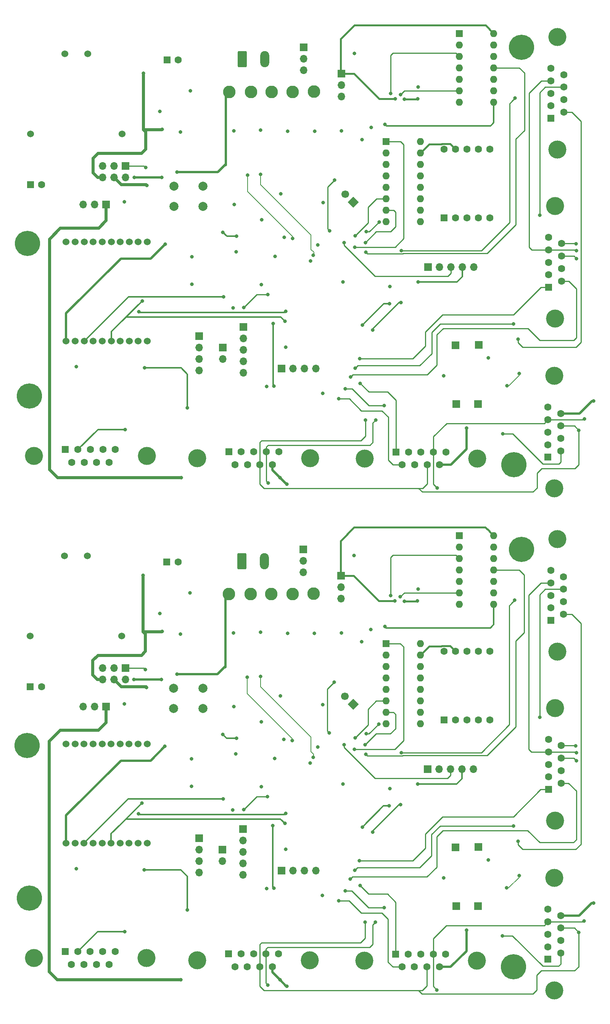
<source format=gbr>
%TF.GenerationSoftware,KiCad,Pcbnew,6.0.11-2627ca5db0~126~ubuntu20.04.1*%
%TF.CreationDate,2023-05-10T15:40:20+05:30*%
%TF.ProjectId,MVCU_F407,4d564355-5f46-4343-9037-2e6b69636164,rev?*%
%TF.SameCoordinates,Original*%
%TF.FileFunction,Copper,L4,Bot*%
%TF.FilePolarity,Positive*%
%FSLAX46Y46*%
G04 Gerber Fmt 4.6, Leading zero omitted, Abs format (unit mm)*
G04 Created by KiCad (PCBNEW 6.0.11-2627ca5db0~126~ubuntu20.04.1) date 2023-05-10 15:40:20*
%MOMM*%
%LPD*%
G01*
G04 APERTURE LIST*
G04 Aperture macros list*
%AMRoundRect*
0 Rectangle with rounded corners*
0 $1 Rounding radius*
0 $2 $3 $4 $5 $6 $7 $8 $9 X,Y pos of 4 corners*
0 Add a 4 corners polygon primitive as box body*
4,1,4,$2,$3,$4,$5,$6,$7,$8,$9,$2,$3,0*
0 Add four circle primitives for the rounded corners*
1,1,$1+$1,$2,$3*
1,1,$1+$1,$4,$5*
1,1,$1+$1,$6,$7*
1,1,$1+$1,$8,$9*
0 Add four rect primitives between the rounded corners*
20,1,$1+$1,$2,$3,$4,$5,0*
20,1,$1+$1,$4,$5,$6,$7,0*
20,1,$1+$1,$6,$7,$8,$9,0*
20,1,$1+$1,$8,$9,$2,$3,0*%
%AMHorizOval*
0 Thick line with rounded ends*
0 $1 width*
0 $2 $3 position (X,Y) of the first rounded end (center of the circle)*
0 $4 $5 position (X,Y) of the second rounded end (center of the circle)*
0 Add line between two ends*
20,1,$1,$2,$3,$4,$5,0*
0 Add two circle primitives to create the rounded ends*
1,1,$1,$2,$3*
1,1,$1,$4,$5*%
%AMRotRect*
0 Rectangle, with rotation*
0 The origin of the aperture is its center*
0 $1 length*
0 $2 width*
0 $3 Rotation angle, in degrees counterclockwise*
0 Add horizontal line*
21,1,$1,$2,0,0,$3*%
G04 Aperture macros list end*
%TA.AperFunction,ComponentPad*%
%ADD10R,1.600000X1.600000*%
%TD*%
%TA.AperFunction,ComponentPad*%
%ADD11O,1.600000X1.600000*%
%TD*%
%TA.AperFunction,ComponentPad*%
%ADD12C,4.000000*%
%TD*%
%TA.AperFunction,ComponentPad*%
%ADD13C,1.600000*%
%TD*%
%TA.AperFunction,ComponentPad*%
%ADD14C,2.800000*%
%TD*%
%TA.AperFunction,ComponentPad*%
%ADD15C,5.600000*%
%TD*%
%TA.AperFunction,ComponentPad*%
%ADD16R,1.700000X1.700000*%
%TD*%
%TA.AperFunction,ComponentPad*%
%ADD17O,1.700000X1.700000*%
%TD*%
%TA.AperFunction,ComponentPad*%
%ADD18C,1.524000*%
%TD*%
%TA.AperFunction,ComponentPad*%
%ADD19RotRect,1.700000X1.700000X225.000000*%
%TD*%
%TA.AperFunction,ComponentPad*%
%ADD20HorizOval,1.700000X0.000000X0.000000X0.000000X0.000000X0*%
%TD*%
%TA.AperFunction,ComponentPad*%
%ADD21RoundRect,0.250000X-0.750000X-1.550000X0.750000X-1.550000X0.750000X1.550000X-0.750000X1.550000X0*%
%TD*%
%TA.AperFunction,ComponentPad*%
%ADD22O,2.000000X3.600000*%
%TD*%
%TA.AperFunction,ComponentPad*%
%ADD23C,2.000000*%
%TD*%
%TA.AperFunction,ViaPad*%
%ADD24C,0.800000*%
%TD*%
%TA.AperFunction,Conductor*%
%ADD25C,0.250000*%
%TD*%
%TA.AperFunction,Conductor*%
%ADD26C,0.400000*%
%TD*%
%TA.AperFunction,Conductor*%
%ADD27C,0.500000*%
%TD*%
%TA.AperFunction,Conductor*%
%ADD28C,0.300000*%
%TD*%
%TA.AperFunction,Conductor*%
%ADD29C,0.700000*%
%TD*%
%TA.AperFunction,Conductor*%
%ADD30C,0.200000*%
%TD*%
G04 APERTURE END LIST*
D10*
%TO.P,U1,1*%
%TO.N,GND*%
X135264000Y-84289000D03*
D11*
%TO.P,U1,2*%
%TO.N,Net-(R2-Pad1)*%
X135264000Y-86829000D03*
%TO.P,U1,3*%
%TO.N,/DI_LLS*%
X135264000Y-89369000D03*
%TO.P,U1,4*%
%TO.N,GND*%
X135264000Y-91909000D03*
%TO.P,U1,5*%
%TO.N,Net-(R4-Pad1)*%
X135264000Y-94449000D03*
%TO.P,U1,6*%
%TO.N,/SCK_LLS*%
X135264000Y-96989000D03*
%TO.P,U1,7,GND*%
%TO.N,GND*%
X135264000Y-99529000D03*
%TO.P,U1,8*%
%TO.N,/CS_LLS*%
X142884000Y-99529000D03*
%TO.P,U1,9*%
%TO.N,Net-(R5-Pad1)*%
X142884000Y-96989000D03*
%TO.P,U1,10*%
%TO.N,GND*%
X142884000Y-94449000D03*
%TO.P,U1,11*%
%TO.N,/SD_MISO*%
X142884000Y-91909000D03*
%TO.P,U1,12*%
%TO.N,Net-(R6-Pad1)*%
X142884000Y-89369000D03*
%TO.P,U1,13*%
%TO.N,GND*%
X142884000Y-86829000D03*
%TO.P,U1,14,VCC*%
%TO.N,+3.3V*%
X142884000Y-84289000D03*
%TD*%
D12*
%TO.P,J33,0,PAD*%
%TO.N,GND*%
X156384669Y-73831893D03*
X156384669Y-48831893D03*
D10*
%TO.P,J33,1,1*%
%TO.N,/MVCU_HBT*%
X154964669Y-66871893D03*
D13*
%TO.P,J33,2,2*%
%TO.N,/CAN_N*%
X154964669Y-64101893D03*
%TO.P,J33,3,3*%
%TO.N,GND*%
X154964669Y-61331893D03*
%TO.P,J33,4,4*%
%TO.N,/I2C3_SCL*%
X154964669Y-58561893D03*
%TO.P,J33,5,5*%
%TO.N,GND*%
X154964669Y-55791893D03*
%TO.P,J33,6,6*%
%TO.N,/VCU3_HBT*%
X157804669Y-65486893D03*
%TO.P,J33,7,7*%
%TO.N,/CAN_P*%
X157804669Y-62716893D03*
%TO.P,J33,8,8*%
%TO.N,/I2C_SDA*%
X157804669Y-59946893D03*
%TO.P,J33,9,9*%
%TO.N,+5V*%
X157804669Y-57176893D03*
%TD*%
D14*
%TO.P,+Vin,1,1*%
%TO.N,/mornsun_Vin*%
X102947000Y-97118000D03*
%TD*%
D15*
%TO.P,H6,1,1*%
%TO.N,GND*%
X39864107Y-53267893D03*
%TD*%
D14*
%TO.P,-Vin,1,1*%
%TO.N,/mornsun_minus*%
X98248000Y-97245000D03*
%TD*%
D10*
%TO.P,U19,1,B*%
%TO.N,/display_b*%
X119037000Y3197500D03*
D11*
%TO.P,U19,2,C*%
%TO.N,/display_c*%
X119037000Y657500D03*
%TO.P,U19,3,LT*%
%TO.N,Net-(J9-Pad2)*%
X119037000Y-1882500D03*
%TO.P,U19,4,BI*%
%TO.N,Net-(J9-Pad4)*%
X119037000Y-4422500D03*
%TO.P,U19,5,RBI*%
%TO.N,Net-(J9-Pad6)*%
X119037000Y-6962500D03*
%TO.P,U19,6,D*%
%TO.N,/display_d*%
X119037000Y-9502500D03*
%TO.P,U19,7,A*%
%TO.N,/display_a*%
X119037000Y-12042500D03*
%TO.P,U19,8,GND*%
%TO.N,GND*%
X119037000Y-14582500D03*
%TO.P,U19,9,e*%
%TO.N,Net-(U10-Pad1)*%
X126657000Y-14582500D03*
%TO.P,U19,10,d*%
%TO.N,Net-(U10-Pad2)*%
X126657000Y-12042500D03*
%TO.P,U19,11,c*%
%TO.N,Net-(U10-Pad4)*%
X126657000Y-9502500D03*
%TO.P,U19,12,b*%
%TO.N,Net-(U10-Pad6)*%
X126657000Y-6962500D03*
%TO.P,U19,13,a*%
%TO.N,Net-(U10-Pad7)*%
X126657000Y-4422500D03*
%TO.P,U19,14,g*%
%TO.N,Net-(U10-Pad10)*%
X126657000Y-1882500D03*
%TO.P,U19,15,f*%
%TO.N,Net-(U10-Pad9)*%
X126657000Y657500D03*
%TO.P,U19,16,VCC*%
%TO.N,+5V*%
X126657000Y3197500D03*
%TD*%
D12*
%TO.P,J6,0,PAD*%
%TO.N,GND*%
X156499107Y-122551893D03*
X156499107Y-147551893D03*
D10*
%TO.P,J6,1,1*%
%TO.N,/MVCU_HBT*%
X155079107Y-140591893D03*
D13*
%TO.P,J6,2,2*%
%TO.N,/CAN_N*%
X155079107Y-137821893D03*
%TO.P,J6,3,3*%
%TO.N,GND*%
X155079107Y-135051893D03*
%TO.P,J6,4,4*%
%TO.N,/I2C3_SCL*%
X155079107Y-132281893D03*
%TO.P,J6,5,5*%
%TO.N,GND*%
X155079107Y-129511893D03*
%TO.P,J6,6,6*%
%TO.N,/VCU2_HBT*%
X157919107Y-139206893D03*
%TO.P,J6,7,7*%
%TO.N,/CAN_P*%
X157919107Y-136436893D03*
%TO.P,J6,8,8*%
%TO.N,/I2C_SDA*%
X157919107Y-133666893D03*
%TO.P,J6,9,9*%
%TO.N,+5V*%
X157919107Y-130896893D03*
%TD*%
D16*
%TO.P,J38,1,Pin_1*%
%TO.N,GND*%
X61207000Y-2225000D03*
D17*
%TO.P,J38,2,Pin_2*%
%TO.N,+3.3V*%
X61207000Y-4765000D03*
%TO.P,J38,3,Pin_3*%
%TO.N,GND*%
X58667000Y-2225000D03*
%TO.P,J38,4,Pin_4*%
%TO.N,+5V*%
X58667000Y-4765000D03*
%TO.P,J38,5,Pin_5*%
%TO.N,GND*%
X56127000Y-2225000D03*
%TO.P,J38,6,Pin_6*%
%TO.N,/mornsun_Vin*%
X56127000Y-4765000D03*
%TD*%
D10*
%TO.P,C54,1*%
%TO.N,/mornsun_Vin*%
X70404349Y21325000D03*
D13*
%TO.P,C54,2*%
%TO.N,GND*%
X72904349Y21325000D03*
%TD*%
D16*
%TO.P,J35,1,Pin_1*%
%TO.N,/SPI2_SCK*%
X95857000Y-47175000D03*
D17*
%TO.P,J35,2,Pin_2*%
%TO.N,/SPI2_MISO*%
X98397000Y-47175000D03*
%TO.P,J35,3,Pin_3*%
%TO.N,/SPI2_MOSI*%
X100937000Y-47175000D03*
%TO.P,J35,4,Pin_4*%
%TO.N,GND*%
X103477000Y-47175000D03*
%TD*%
D16*
%TO.P,J31,1,Pin_1*%
%TO.N,/USART2_Tx*%
X77557000Y-39975000D03*
D17*
%TO.P,J31,2,Pin_2*%
%TO.N,/USART2_Rx*%
X77557000Y-42515000D03*
%TO.P,J31,3,Pin_3*%
%TO.N,/gpio*%
X77557000Y-45055000D03*
%TO.P,J31,4,Pin_4*%
%TO.N,GND*%
X77557000Y-47595000D03*
%TD*%
D18*
%TO.P,U9,1,1*%
%TO.N,+3.3V*%
X47993660Y-152543200D03*
%TO.P,U9,2,2*%
%TO.N,/Xbee_Tx*%
X49995180Y-152543200D03*
%TO.P,U9,3,3*%
%TO.N,/Xbee_Rx*%
X51994160Y-152543200D03*
%TO.P,U9,4,4*%
%TO.N,unconnected-(U9-Pad4)*%
X53995680Y-152543200D03*
%TO.P,U9,5,5*%
%TO.N,/RST*%
X55994660Y-152543200D03*
%TO.P,U9,6,6*%
%TO.N,/RSSI*%
X57993640Y-152543200D03*
%TO.P,U9,7,7*%
%TO.N,unconnected-(U9-Pad7)*%
X59995160Y-152543200D03*
%TO.P,U9,8,8*%
%TO.N,unconnected-(U9-Pad8)*%
X61994140Y-152543200D03*
%TO.P,U9,9,9*%
%TO.N,unconnected-(U9-Pad9)*%
X63995660Y-152543200D03*
%TO.P,U9,10,10*%
%TO.N,GND*%
X65994640Y-152543200D03*
%TO.P,U9,11,11*%
%TO.N,unconnected-(U9-Pad11)*%
X65994640Y-130546800D03*
%TO.P,U9,12,12*%
%TO.N,unconnected-(U9-Pad12)*%
X63995660Y-130546800D03*
%TO.P,U9,13,13*%
%TO.N,unconnected-(U9-Pad13)*%
X61994140Y-130546800D03*
%TO.P,U9,14,14*%
%TO.N,unconnected-(U9-Pad14)*%
X59995160Y-130546800D03*
%TO.P,U9,15,15*%
%TO.N,Net-(R23-Pad2)*%
X57993640Y-130546800D03*
%TO.P,U9,16,16*%
%TO.N,unconnected-(U9-Pad16)*%
X55994660Y-130546800D03*
%TO.P,U9,17,17*%
%TO.N,unconnected-(U9-Pad17)*%
X53995680Y-130546800D03*
%TO.P,U9,18,18*%
%TO.N,unconnected-(U9-Pad18)*%
X51994160Y-130546800D03*
%TO.P,U9,19,19*%
%TO.N,unconnected-(U9-Pad19)*%
X49995180Y-130546800D03*
%TO.P,U9,20,20*%
%TO.N,unconnected-(U9-Pad20)*%
X47993660Y-130546800D03*
%TD*%
D16*
%TO.P,J39,1,Pin_1*%
%TO.N,+5V*%
X56907000Y-10775000D03*
D17*
%TO.P,J39,2,Pin_2*%
%TO.N,Net-(C26-Pad1)*%
X54367000Y-10775000D03*
%TO.P,J39,3,Pin_3*%
%TO.N,unconnected-(J18-Pad3)*%
X51827000Y-10775000D03*
%TD*%
D16*
%TO.P,J41,1,Pin_1*%
%TO.N,/CAN_Rx*%
X134609000Y-55040000D03*
%TD*%
D10*
%TO.P,U10,1,E*%
%TO.N,Net-(U10-Pad1)*%
X131888000Y-125195000D03*
D13*
%TO.P,U10,2,D*%
%TO.N,Net-(U10-Pad2)*%
X134428000Y-125195000D03*
%TO.P,U10,3,CC*%
%TO.N,GND*%
X136968000Y-125195000D03*
%TO.P,U10,4,C*%
%TO.N,Net-(U10-Pad4)*%
X139508000Y-125195000D03*
%TO.P,U10,5,DP*%
%TO.N,unconnected-(U10-Pad5)*%
X142048000Y-125195000D03*
%TO.P,U10,6,B*%
%TO.N,Net-(U10-Pad6)*%
X142048000Y-109955000D03*
%TO.P,U10,7,A*%
%TO.N,Net-(U10-Pad7)*%
X139508000Y-109955000D03*
%TO.P,U10,8,CC*%
%TO.N,GND*%
X136968000Y-109955000D03*
%TO.P,U10,9,F*%
%TO.N,Net-(U10-Pad9)*%
X134428000Y-109955000D03*
%TO.P,U10,10,G*%
%TO.N,Net-(U10-Pad10)*%
X131888000Y-109955000D03*
%TD*%
D15*
%TO.P,H5,1,1*%
%TO.N,GND*%
X147357000Y-68575000D03*
%TD*%
D19*
%TO.P,J36,1,Pin_1*%
%TO.N,/I2C1_SCL*%
X111758562Y-10326562D03*
D20*
%TO.P,J36,2,Pin_2*%
%TO.N,/I2C1_SDA*%
X109962511Y-8530511D03*
%TD*%
D12*
%TO.P,J26,0,PAD*%
%TO.N,GND*%
X65904107Y-66607562D03*
X40904107Y-66607562D03*
D10*
%TO.P,J26,1,1*%
%TO.N,unconnected-(J4-Pad1)*%
X47864107Y-65187562D03*
D13*
%TO.P,J26,2,2*%
%TO.N,/Rx*%
X50634107Y-65187562D03*
%TO.P,J26,3,3*%
%TO.N,/Tx*%
X53404107Y-65187562D03*
%TO.P,J26,4,4*%
%TO.N,unconnected-(J4-Pad4)*%
X56174107Y-65187562D03*
%TO.P,J26,5,5*%
%TO.N,GND*%
X58944107Y-65187562D03*
%TO.P,J26,6,6*%
%TO.N,unconnected-(J4-Pad6)*%
X49249107Y-68027562D03*
%TO.P,J26,7,7*%
%TO.N,unconnected-(J4-Pad7)*%
X52019107Y-68027562D03*
%TO.P,J26,8,8*%
%TO.N,unconnected-(J4-Pad8)*%
X54789107Y-68027562D03*
%TO.P,J26,9,9*%
%TO.N,unconnected-(J4-Pad9)*%
X57559107Y-68027562D03*
%TD*%
D16*
%TO.P,J34,1,Pin_1*%
%TO.N,/SWDIO*%
X128332000Y-24675000D03*
D17*
%TO.P,J34,2,Pin_2*%
%TO.N,/SWCLK*%
X130872000Y-24675000D03*
%TO.P,J34,3,Pin_3*%
%TO.N,/SWo*%
X133412000Y-24675000D03*
%TO.P,J34,4,Pin_4*%
%TO.N,+3.3V*%
X135952000Y-24675000D03*
%TO.P,J34,5,Pin_5*%
%TO.N,GND*%
X138492000Y-24675000D03*
%TD*%
D15*
%TO.P,H4,1,1*%
%TO.N,GND*%
X149048000Y-87339000D03*
%TD*%
%TO.P,H2,1,1*%
%TO.N,GND*%
X39825107Y-164687893D03*
%TD*%
D12*
%TO.P,J29,0,PAD*%
%TO.N,GND*%
X77154107Y-67107562D03*
X102154107Y-67107562D03*
D10*
%TO.P,J29,1,1*%
%TO.N,/MVCU_HBT*%
X84114107Y-65687562D03*
D13*
%TO.P,J29,2,2*%
%TO.N,/CAN_N*%
X86884107Y-65687562D03*
%TO.P,J29,3,3*%
%TO.N,GND*%
X89654107Y-65687562D03*
%TO.P,J29,4,4*%
%TO.N,/I2C3_SCL*%
X92424107Y-65687562D03*
%TO.P,J29,5,5*%
%TO.N,GND*%
X95194107Y-65687562D03*
%TO.P,J29,6,6*%
%TO.N,/VCU5_HBT*%
X85499107Y-68527562D03*
%TO.P,J29,7,7*%
%TO.N,/CAN_P*%
X88269107Y-68527562D03*
%TO.P,J29,8,8*%
%TO.N,/I2C_SDA*%
X91039107Y-68527562D03*
%TO.P,J29,9,9*%
%TO.N,+5V*%
X93809107Y-68527562D03*
%TD*%
D16*
%TO.P,J2,1,Pin_1*%
%TO.N,/ADC_in6*%
X87318000Y-149420000D03*
D17*
%TO.P,J2,2,Pin_2*%
%TO.N,/ADC_in7*%
X87318000Y-151960000D03*
%TO.P,J2,3,Pin_3*%
%TO.N,/ADC_in14*%
X87318000Y-154500000D03*
%TO.P,J2,4,Pin_4*%
%TO.N,/ADC_in15*%
X87318000Y-157040000D03*
%TO.P,J2,5,Pin_5*%
%TO.N,/ADC_in8*%
X87318000Y-159580000D03*
%TD*%
D12*
%TO.P,J7,0,PAD*%
%TO.N,GND*%
X77115107Y-178527562D03*
X102115107Y-178527562D03*
D10*
%TO.P,J7,1,1*%
%TO.N,/MVCU_HBT*%
X84075107Y-177107562D03*
D13*
%TO.P,J7,2,2*%
%TO.N,/CAN_N*%
X86845107Y-177107562D03*
%TO.P,J7,3,3*%
%TO.N,GND*%
X89615107Y-177107562D03*
%TO.P,J7,4,4*%
%TO.N,/I2C3_SCL*%
X92385107Y-177107562D03*
%TO.P,J7,5,5*%
%TO.N,GND*%
X95155107Y-177107562D03*
%TO.P,J7,6,6*%
%TO.N,/VCU5_HBT*%
X85460107Y-179947562D03*
%TO.P,J7,7,7*%
%TO.N,/CAN_P*%
X88230107Y-179947562D03*
%TO.P,J7,8,8*%
%TO.N,/I2C_SDA*%
X91000107Y-179947562D03*
%TO.P,J7,9,9*%
%TO.N,+5V*%
X93770107Y-179947562D03*
%TD*%
D14*
%TO.P,3V1,1,1*%
%TO.N,+3.3V*%
X89016000Y14175000D03*
%TD*%
D12*
%TO.P,J11,0,PAD*%
%TO.N,GND*%
X157018776Y-85051893D03*
X157018776Y-110051893D03*
D10*
%TO.P,J11,1,1*%
%TO.N,/MVCU_HBT*%
X155598776Y-103091893D03*
D13*
%TO.P,J11,2,2*%
%TO.N,/CAN_N*%
X155598776Y-100321893D03*
%TO.P,J11,3,3*%
%TO.N,GND*%
X155598776Y-97551893D03*
%TO.P,J11,4,4*%
%TO.N,/I2C3_SCL*%
X155598776Y-94781893D03*
%TO.P,J11,5,5*%
%TO.N,GND*%
X155598776Y-92011893D03*
%TO.P,J11,6,6*%
%TO.N,/VCU1_HBT*%
X158438776Y-101706893D03*
%TO.P,J11,7,7*%
%TO.N,/CAN_P*%
X158438776Y-98936893D03*
%TO.P,J11,8,8*%
%TO.N,/I2C_SDA*%
X158438776Y-96166893D03*
%TO.P,J11,9,9*%
%TO.N,+5V*%
X158438776Y-93396893D03*
%TD*%
D16*
%TO.P,J20,1,Pin_1*%
%TO.N,/CAN_Rx*%
X134570000Y-166460000D03*
%TD*%
%TO.P,J13,1,Pin_1*%
%TO.N,/SWDIO*%
X128293000Y-136095000D03*
D17*
%TO.P,J13,2,Pin_2*%
%TO.N,/SWCLK*%
X130833000Y-136095000D03*
%TO.P,J13,3,Pin_3*%
%TO.N,/SWo*%
X133373000Y-136095000D03*
%TO.P,J13,4,Pin_4*%
%TO.N,+3.3V*%
X135913000Y-136095000D03*
%TO.P,J13,5,Pin_5*%
%TO.N,GND*%
X138453000Y-136095000D03*
%TD*%
D16*
%TO.P,J16,1,Pin_1*%
%TO.N,GND*%
X100661000Y-87354000D03*
D17*
%TO.P,J16,2,Pin_2*%
%TO.N,/mornsun_minus*%
X100661000Y-89894000D03*
%TO.P,J16,3,Pin_3*%
%TO.N,unconnected-(J16-Pad3)*%
X100661000Y-92434000D03*
%TD*%
D16*
%TO.P,J10,1,Pin_1*%
%TO.N,/USART2_Tx*%
X77518000Y-151395000D03*
D17*
%TO.P,J10,2,Pin_2*%
%TO.N,/USART2_Rx*%
X77518000Y-153935000D03*
%TO.P,J10,3,Pin_3*%
%TO.N,/gpio*%
X77518000Y-156475000D03*
%TO.P,J10,4,Pin_4*%
%TO.N,GND*%
X77518000Y-159015000D03*
%TD*%
D12*
%TO.P,J12,0,PAD*%
%TO.N,GND*%
X156345669Y-185251893D03*
X156345669Y-160251893D03*
D10*
%TO.P,J12,1,1*%
%TO.N,/MVCU_HBT*%
X154925669Y-178291893D03*
D13*
%TO.P,J12,2,2*%
%TO.N,/CAN_N*%
X154925669Y-175521893D03*
%TO.P,J12,3,3*%
%TO.N,GND*%
X154925669Y-172751893D03*
%TO.P,J12,4,4*%
%TO.N,/I2C3_SCL*%
X154925669Y-169981893D03*
%TO.P,J12,5,5*%
%TO.N,GND*%
X154925669Y-167211893D03*
%TO.P,J12,6,6*%
%TO.N,/VCU3_HBT*%
X157765669Y-176906893D03*
%TO.P,J12,7,7*%
%TO.N,/CAN_P*%
X157765669Y-174136893D03*
%TO.P,J12,8,8*%
%TO.N,/I2C_SDA*%
X157765669Y-171366893D03*
%TO.P,J12,9,9*%
%TO.N,+5V*%
X157765669Y-168596893D03*
%TD*%
D16*
%TO.P,J21,1,Pin_1*%
%TO.N,/CAN_P*%
X139550000Y-153350000D03*
%TD*%
D10*
%TO.P,U8,1,B*%
%TO.N,/display_b*%
X118998000Y-108222500D03*
D11*
%TO.P,U8,2,C*%
%TO.N,/display_c*%
X118998000Y-110762500D03*
%TO.P,U8,3,LT*%
%TO.N,Net-(J9-Pad2)*%
X118998000Y-113302500D03*
%TO.P,U8,4,BI*%
%TO.N,Net-(J9-Pad4)*%
X118998000Y-115842500D03*
%TO.P,U8,5,RBI*%
%TO.N,Net-(J9-Pad6)*%
X118998000Y-118382500D03*
%TO.P,U8,6,D*%
%TO.N,/display_d*%
X118998000Y-120922500D03*
%TO.P,U8,7,A*%
%TO.N,/display_a*%
X118998000Y-123462500D03*
%TO.P,U8,8,GND*%
%TO.N,GND*%
X118998000Y-126002500D03*
%TO.P,U8,9,e*%
%TO.N,Net-(U10-Pad1)*%
X126618000Y-126002500D03*
%TO.P,U8,10,d*%
%TO.N,Net-(U10-Pad2)*%
X126618000Y-123462500D03*
%TO.P,U8,11,c*%
%TO.N,Net-(U10-Pad4)*%
X126618000Y-120922500D03*
%TO.P,U8,12,b*%
%TO.N,Net-(U10-Pad6)*%
X126618000Y-118382500D03*
%TO.P,U8,13,a*%
%TO.N,Net-(U10-Pad7)*%
X126618000Y-115842500D03*
%TO.P,U8,14,g*%
%TO.N,Net-(U10-Pad10)*%
X126618000Y-113302500D03*
%TO.P,U8,15,f*%
%TO.N,Net-(U10-Pad9)*%
X126618000Y-110762500D03*
%TO.P,U8,16,VCC*%
%TO.N,+5V*%
X126618000Y-108222500D03*
%TD*%
D15*
%TO.P,H3,1,1*%
%TO.N,GND*%
X39368000Y-130895000D03*
%TD*%
D14*
%TO.P,+5V,1,1*%
%TO.N,+5V*%
X84151000Y-97245000D03*
%TD*%
D16*
%TO.P,J42,1,Pin_1*%
%TO.N,/CAN_P*%
X139589000Y-41930000D03*
%TD*%
D21*
%TO.P,J5,1,Pin_1*%
%TO.N,/mornsun_minus*%
X87045107Y-89966500D03*
D22*
%TO.P,J5,2,Pin_2*%
%TO.N,/mornsun_Vin*%
X92045107Y-89966500D03*
%TD*%
D12*
%TO.P,J32,0,PAD*%
%TO.N,GND*%
X157057776Y1368107D03*
X157057776Y26368107D03*
D10*
%TO.P,J32,1,1*%
%TO.N,/MVCU_HBT*%
X155637776Y8328107D03*
D13*
%TO.P,J32,2,2*%
%TO.N,/CAN_N*%
X155637776Y11098107D03*
%TO.P,J32,3,3*%
%TO.N,GND*%
X155637776Y13868107D03*
%TO.P,J32,4,4*%
%TO.N,/I2C3_SCL*%
X155637776Y16638107D03*
%TO.P,J32,5,5*%
%TO.N,GND*%
X155637776Y19408107D03*
%TO.P,J32,6,6*%
%TO.N,/VCU1_HBT*%
X158477776Y9713107D03*
%TO.P,J32,7,7*%
%TO.N,/CAN_P*%
X158477776Y12483107D03*
%TO.P,J32,8,8*%
%TO.N,/I2C_SDA*%
X158477776Y15253107D03*
%TO.P,J32,9,9*%
%TO.N,+5V*%
X158477776Y18023107D03*
%TD*%
D21*
%TO.P,J27,1,Pin_1*%
%TO.N,/mornsun_minus*%
X87084107Y21453500D03*
D22*
%TO.P,J27,2,Pin_2*%
%TO.N,/mornsun_Vin*%
X92084107Y21453500D03*
%TD*%
D16*
%TO.P,J17,1,Pin_1*%
%TO.N,GND*%
X61168000Y-113645000D03*
D17*
%TO.P,J17,2,Pin_2*%
%TO.N,+3.3V*%
X61168000Y-116185000D03*
%TO.P,J17,3,Pin_3*%
%TO.N,GND*%
X58628000Y-113645000D03*
%TO.P,J17,4,Pin_4*%
%TO.N,+5V*%
X58628000Y-116185000D03*
%TO.P,J17,5,Pin_5*%
%TO.N,GND*%
X56088000Y-113645000D03*
%TO.P,J17,6,Pin_6*%
%TO.N,/mornsun_Vin*%
X56088000Y-116185000D03*
%TD*%
D16*
%TO.P,J22,1,Pin_1*%
%TO.N,/CAN_N*%
X139396000Y-166460000D03*
%TD*%
D10*
%TO.P,U21,1,E*%
%TO.N,Net-(U10-Pad1)*%
X131927000Y-13775000D03*
D13*
%TO.P,U21,2,D*%
%TO.N,Net-(U10-Pad2)*%
X134467000Y-13775000D03*
%TO.P,U21,3,CC*%
%TO.N,GND*%
X137007000Y-13775000D03*
%TO.P,U21,4,C*%
%TO.N,Net-(U10-Pad4)*%
X139547000Y-13775000D03*
%TO.P,U21,5,DP*%
%TO.N,unconnected-(U10-Pad5)*%
X142087000Y-13775000D03*
%TO.P,U21,6,B*%
%TO.N,Net-(U10-Pad6)*%
X142087000Y1465000D03*
%TO.P,U21,7,A*%
%TO.N,Net-(U10-Pad7)*%
X139547000Y1465000D03*
%TO.P,U21,8,CC*%
%TO.N,GND*%
X137007000Y1465000D03*
%TO.P,U21,9,F*%
%TO.N,Net-(U10-Pad9)*%
X134467000Y1465000D03*
%TO.P,U21,10,G*%
%TO.N,Net-(U10-Pad10)*%
X131927000Y1465000D03*
%TD*%
D12*
%TO.P,J4,0,PAD*%
%TO.N,GND*%
X40865107Y-178027562D03*
X65865107Y-178027562D03*
D10*
%TO.P,J4,1,1*%
%TO.N,unconnected-(J4-Pad1)*%
X47825107Y-176607562D03*
D13*
%TO.P,J4,2,2*%
%TO.N,/Rx*%
X50595107Y-176607562D03*
%TO.P,J4,3,3*%
%TO.N,/Tx*%
X53365107Y-176607562D03*
%TO.P,J4,4,4*%
%TO.N,unconnected-(J4-Pad4)*%
X56135107Y-176607562D03*
%TO.P,J4,5,5*%
%TO.N,GND*%
X58905107Y-176607562D03*
%TO.P,J4,6,6*%
%TO.N,unconnected-(J4-Pad6)*%
X49210107Y-179447562D03*
%TO.P,J4,7,7*%
%TO.N,unconnected-(J4-Pad7)*%
X51980107Y-179447562D03*
%TO.P,J4,8,8*%
%TO.N,unconnected-(J4-Pad8)*%
X54750107Y-179447562D03*
%TO.P,J4,9,9*%
%TO.N,unconnected-(J4-Pad9)*%
X57520107Y-179447562D03*
%TD*%
D16*
%TO.P,J14,1,Pin_1*%
%TO.N,/SPI2_SCK*%
X95818000Y-158595000D03*
D17*
%TO.P,J14,2,Pin_2*%
%TO.N,/SPI2_MISO*%
X98358000Y-158595000D03*
%TO.P,J14,3,Pin_3*%
%TO.N,/SPI2_MOSI*%
X100898000Y-158595000D03*
%TO.P,J14,4,Pin_4*%
%TO.N,GND*%
X103438000Y-158595000D03*
%TD*%
D15*
%TO.P,H1,1,1*%
%TO.N,GND*%
X147318000Y-179995000D03*
%TD*%
D16*
%TO.P,J18,1,Pin_1*%
%TO.N,+5V*%
X56868000Y-122195000D03*
D17*
%TO.P,J18,2,Pin_2*%
%TO.N,Net-(C26-Pad1)*%
X54328000Y-122195000D03*
%TO.P,J18,3,Pin_3*%
%TO.N,unconnected-(J18-Pad3)*%
X51788000Y-122195000D03*
%TD*%
D14*
%TO.P,GND1,1,1*%
%TO.N,GND*%
X93588000Y14175000D03*
%TD*%
%TO.P,3V3,1,1*%
%TO.N,+3.3V*%
X88977000Y-97245000D03*
%TD*%
D18*
%TO.P,U20,1,1*%
%TO.N,+3.3V*%
X48032660Y-41123200D03*
%TO.P,U20,2,2*%
%TO.N,/Xbee_Tx*%
X50034180Y-41123200D03*
%TO.P,U20,3,3*%
%TO.N,/Xbee_Rx*%
X52033160Y-41123200D03*
%TO.P,U20,4,4*%
%TO.N,unconnected-(U9-Pad4)*%
X54034680Y-41123200D03*
%TO.P,U20,5,5*%
%TO.N,/RST*%
X56033660Y-41123200D03*
%TO.P,U20,6,6*%
%TO.N,/RSSI*%
X58032640Y-41123200D03*
%TO.P,U20,7,7*%
%TO.N,unconnected-(U9-Pad7)*%
X60034160Y-41123200D03*
%TO.P,U20,8,8*%
%TO.N,unconnected-(U9-Pad8)*%
X62033140Y-41123200D03*
%TO.P,U20,9,9*%
%TO.N,unconnected-(U9-Pad9)*%
X64034660Y-41123200D03*
%TO.P,U20,10,10*%
%TO.N,GND*%
X66033640Y-41123200D03*
%TO.P,U20,11,11*%
%TO.N,unconnected-(U9-Pad11)*%
X66033640Y-19126800D03*
%TO.P,U20,12,12*%
%TO.N,unconnected-(U9-Pad12)*%
X64034660Y-19126800D03*
%TO.P,U20,13,13*%
%TO.N,unconnected-(U9-Pad13)*%
X62033140Y-19126800D03*
%TO.P,U20,14,14*%
%TO.N,unconnected-(U9-Pad14)*%
X60034160Y-19126800D03*
%TO.P,U20,15,15*%
%TO.N,Net-(R23-Pad2)*%
X58032640Y-19126800D03*
%TO.P,U20,16,16*%
%TO.N,unconnected-(U9-Pad16)*%
X56033660Y-19126800D03*
%TO.P,U20,17,17*%
%TO.N,unconnected-(U9-Pad17)*%
X54034680Y-19126800D03*
%TO.P,U20,18,18*%
%TO.N,unconnected-(U9-Pad18)*%
X52033160Y-19126800D03*
%TO.P,U20,19,19*%
%TO.N,unconnected-(U9-Pad19)*%
X50034180Y-19126800D03*
%TO.P,U20,20,20*%
%TO.N,unconnected-(U9-Pad20)*%
X48032660Y-19126800D03*
%TD*%
D15*
%TO.P,H7,1,1*%
%TO.N,GND*%
X39407000Y-19475000D03*
%TD*%
D10*
%TO.P,U12,1*%
%TO.N,GND*%
X135303000Y27131000D03*
D11*
%TO.P,U12,2*%
%TO.N,Net-(R2-Pad1)*%
X135303000Y24591000D03*
%TO.P,U12,3*%
%TO.N,/DI_LLS*%
X135303000Y22051000D03*
%TO.P,U12,4*%
%TO.N,GND*%
X135303000Y19511000D03*
%TO.P,U12,5*%
%TO.N,Net-(R4-Pad1)*%
X135303000Y16971000D03*
%TO.P,U12,6*%
%TO.N,/SCK_LLS*%
X135303000Y14431000D03*
%TO.P,U12,7,GND*%
%TO.N,GND*%
X135303000Y11891000D03*
%TO.P,U12,8*%
%TO.N,/CS_LLS*%
X142923000Y11891000D03*
%TO.P,U12,9*%
%TO.N,Net-(R5-Pad1)*%
X142923000Y14431000D03*
%TO.P,U12,10*%
%TO.N,GND*%
X142923000Y16971000D03*
%TO.P,U12,11*%
%TO.N,/SD_MISO*%
X142923000Y19511000D03*
%TO.P,U12,12*%
%TO.N,Net-(R6-Pad1)*%
X142923000Y22051000D03*
%TO.P,U12,13*%
%TO.N,GND*%
X142923000Y24591000D03*
%TO.P,U12,14,VCC*%
%TO.N,+3.3V*%
X142923000Y27131000D03*
%TD*%
D18*
%TO.P,U18,1,GND*%
%TO.N,/mornsun_minus*%
X52804107Y22611107D03*
%TO.P,U18,2,Vin*%
%TO.N,/mornsun_Vin*%
X47724107Y22611107D03*
%TO.P,U18,3,+Vo*%
%TO.N,Net-(C26-Pad1)*%
X40104107Y4831107D03*
%TO.P,U18,4,0V*%
%TO.N,GND*%
X60424107Y4831107D03*
%TD*%
D12*
%TO.P,J8,0,PAD*%
%TO.N,GND*%
X139215107Y-178577562D03*
X114215107Y-178577562D03*
D10*
%TO.P,J8,1,1*%
%TO.N,/MVCU_HBT*%
X121175107Y-177157562D03*
D13*
%TO.P,J8,2,2*%
%TO.N,/CAN_N*%
X123945107Y-177157562D03*
%TO.P,J8,3,3*%
%TO.N,GND*%
X126715107Y-177157562D03*
%TO.P,J8,4,4*%
%TO.N,/I2C3_SCL*%
X129485107Y-177157562D03*
%TO.P,J8,5,5*%
%TO.N,GND*%
X132255107Y-177157562D03*
%TO.P,J8,6,6*%
%TO.N,/VCU4_HBT*%
X122560107Y-179997562D03*
%TO.P,J8,7,7*%
%TO.N,/CAN_P*%
X125330107Y-179997562D03*
%TO.P,J8,8,8*%
%TO.N,/I2C_SDA*%
X128100107Y-179997562D03*
%TO.P,J8,9,9*%
%TO.N,+5V*%
X130870107Y-179997562D03*
%TD*%
D14*
%TO.P,+5V1,1,1*%
%TO.N,+5V*%
X84190000Y14175000D03*
%TD*%
%TO.P,-Vin1,1,1*%
%TO.N,/mornsun_minus*%
X98287000Y14175000D03*
%TD*%
D16*
%TO.P,J40,1,Pin_1*%
%TO.N,/CAN_Tx*%
X134439000Y-42005000D03*
%TD*%
%TO.P,J9,1,Pin_1*%
%TO.N,+3.3V*%
X109082000Y18250000D03*
D17*
%TO.P,J9,2,Pin_2*%
%TO.N,Net-(J1-Pad2)*%
X109082000Y15710000D03*
%TO.P,J9,3,Pin_3*%
%TO.N,GND*%
X109082000Y13170000D03*
%TD*%
D23*
%TO.P,SW1,1,1*%
%TO.N,GND*%
X78375107Y-118137893D03*
X71875107Y-118137893D03*
%TO.P,SW1,2,2*%
%TO.N,Net-(C3-Pad1)*%
X78375107Y-122637893D03*
X71875107Y-122637893D03*
%TD*%
D16*
%TO.P,J19,1,Pin_1*%
%TO.N,/CAN_Tx*%
X134400000Y-153425000D03*
%TD*%
D10*
%TO.P,C27,1*%
%TO.N,GND*%
X40065349Y-117795000D03*
D13*
%TO.P,C27,2*%
%TO.N,Net-(C26-Pad1)*%
X42565349Y-117795000D03*
%TD*%
D19*
%TO.P,J15,1,Pin_1*%
%TO.N,/I2C1_SCL*%
X111719562Y-121746562D03*
D20*
%TO.P,J15,2,Pin_2*%
%TO.N,/I2C1_SDA*%
X109923511Y-119950511D03*
%TD*%
D10*
%TO.P,C57,1*%
%TO.N,GND*%
X40104349Y-6375000D03*
D13*
%TO.P,C57,2*%
%TO.N,Net-(C26-Pad1)*%
X42604349Y-6375000D03*
%TD*%
D18*
%TO.P,U7,1,GND*%
%TO.N,/mornsun_minus*%
X52765107Y-88808893D03*
%TO.P,U7,2,Vin*%
%TO.N,/mornsun_Vin*%
X47685107Y-88808893D03*
%TO.P,U7,3,+Vo*%
%TO.N,Net-(C26-Pad1)*%
X40065107Y-106588893D03*
%TO.P,U7,4,0V*%
%TO.N,GND*%
X60385107Y-106588893D03*
%TD*%
D16*
%TO.P,J44,1,Pin_1*%
%TO.N,/DAC_1*%
X82757000Y-42540000D03*
D17*
%TO.P,J44,2,Pin_2*%
%TO.N,/DAC_2*%
X82757000Y-45080000D03*
%TD*%
D14*
%TO.P,GND,1,1*%
%TO.N,GND*%
X93549000Y-97245000D03*
%TD*%
D16*
%TO.P,J1,1,Pin_1*%
%TO.N,+3.3V*%
X109043000Y-93170000D03*
D17*
%TO.P,J1,2,Pin_2*%
%TO.N,Net-(J1-Pad2)*%
X109043000Y-95710000D03*
%TO.P,J1,3,Pin_3*%
%TO.N,GND*%
X109043000Y-98250000D03*
%TD*%
D12*
%TO.P,J30,0,PAD*%
%TO.N,GND*%
X139254107Y-67157562D03*
X114254107Y-67157562D03*
D10*
%TO.P,J30,1,1*%
%TO.N,/MVCU_HBT*%
X121214107Y-65737562D03*
D13*
%TO.P,J30,2,2*%
%TO.N,/CAN_N*%
X123984107Y-65737562D03*
%TO.P,J30,3,3*%
%TO.N,GND*%
X126754107Y-65737562D03*
%TO.P,J30,4,4*%
%TO.N,/I2C3_SCL*%
X129524107Y-65737562D03*
%TO.P,J30,5,5*%
%TO.N,GND*%
X132294107Y-65737562D03*
%TO.P,J30,6,6*%
%TO.N,/VCU4_HBT*%
X122599107Y-68577562D03*
%TO.P,J30,7,7*%
%TO.N,/CAN_P*%
X125369107Y-68577562D03*
%TO.P,J30,8,8*%
%TO.N,/I2C_SDA*%
X128139107Y-68577562D03*
%TO.P,J30,9,9*%
%TO.N,+5V*%
X130909107Y-68577562D03*
%TD*%
D12*
%TO.P,J28,0,PAD*%
%TO.N,GND*%
X156538107Y-11131893D03*
X156538107Y-36131893D03*
D10*
%TO.P,J28,1,1*%
%TO.N,/MVCU_HBT*%
X155118107Y-29171893D03*
D13*
%TO.P,J28,2,2*%
%TO.N,/CAN_N*%
X155118107Y-26401893D03*
%TO.P,J28,3,3*%
%TO.N,GND*%
X155118107Y-23631893D03*
%TO.P,J28,4,4*%
%TO.N,/I2C3_SCL*%
X155118107Y-20861893D03*
%TO.P,J28,5,5*%
%TO.N,GND*%
X155118107Y-18091893D03*
%TO.P,J28,6,6*%
%TO.N,/VCU2_HBT*%
X157958107Y-27786893D03*
%TO.P,J28,7,7*%
%TO.N,/CAN_P*%
X157958107Y-25016893D03*
%TO.P,J28,8,8*%
%TO.N,/I2C_SDA*%
X157958107Y-22246893D03*
%TO.P,J28,9,9*%
%TO.N,+5V*%
X157958107Y-19476893D03*
%TD*%
D10*
%TO.P,C24,1*%
%TO.N,/mornsun_Vin*%
X70365349Y-90095000D03*
D13*
%TO.P,C24,2*%
%TO.N,GND*%
X72865349Y-90095000D03*
%TD*%
D16*
%TO.P,J37,1,Pin_1*%
%TO.N,GND*%
X100700000Y24066000D03*
D17*
%TO.P,J37,2,Pin_2*%
%TO.N,/mornsun_minus*%
X100700000Y21526000D03*
%TO.P,J37,3,Pin_3*%
%TO.N,unconnected-(J16-Pad3)*%
X100700000Y18986000D03*
%TD*%
D15*
%TO.P,H8,1,1*%
%TO.N,GND*%
X149087000Y24081000D03*
%TD*%
D23*
%TO.P,SW2,1,1*%
%TO.N,GND*%
X71914107Y-6717893D03*
X78414107Y-6717893D03*
%TO.P,SW2,2,2*%
%TO.N,Net-(C3-Pad1)*%
X71914107Y-11217893D03*
X78414107Y-11217893D03*
%TD*%
D16*
%TO.P,J24,1,Pin_1*%
%TO.N,/ADC_in6*%
X87357000Y-38000000D03*
D17*
%TO.P,J24,2,Pin_2*%
%TO.N,/ADC_in7*%
X87357000Y-40540000D03*
%TO.P,J24,3,Pin_3*%
%TO.N,/ADC_in14*%
X87357000Y-43080000D03*
%TO.P,J24,4,Pin_4*%
%TO.N,/ADC_in15*%
X87357000Y-45620000D03*
%TO.P,J24,5,Pin_5*%
%TO.N,/ADC_in8*%
X87357000Y-48160000D03*
%TD*%
D16*
%TO.P,J43,1,Pin_1*%
%TO.N,/CAN_N*%
X139435000Y-55040000D03*
%TD*%
%TO.P,J23,1,Pin_1*%
%TO.N,/DAC_1*%
X82718000Y-153960000D03*
D17*
%TO.P,J23,2,Pin_2*%
%TO.N,/DAC_2*%
X82718000Y-156500000D03*
%TD*%
D14*
%TO.P,+Vin1,1,1*%
%TO.N,/mornsun_Vin*%
X102986000Y14302000D03*
%TD*%
D24*
%TO.N,GND*%
X131776000Y-160237000D03*
X103182000Y5450000D03*
X65609000Y-114009000D03*
X75554000Y14429000D03*
X68823000Y9857000D03*
X115647000Y-105119000D03*
X103143000Y-105970000D03*
X85193000Y-105895000D03*
X109118000Y-105895000D03*
X103875000Y-19734000D03*
X119877000Y-29005000D03*
X75887000Y-139928500D03*
X109157000Y5525000D03*
X96382000Y-18083000D03*
X91368000Y-125595000D03*
X50281000Y-46785000D03*
X109424000Y-139409000D03*
X85278353Y-122195000D03*
X119838000Y-140425000D03*
X103836000Y-131154000D03*
X131815000Y-48817000D03*
X92557000Y-51175000D03*
X85317353Y-10775000D03*
X126007000Y-98755000D03*
X85018000Y-145195000D03*
X65648000Y-2589000D03*
X85232000Y5525000D03*
X109463000Y-27989000D03*
X85057000Y-33775000D03*
X105018000Y-10336000D03*
X75515000Y-96991000D03*
X85714000Y-21258000D03*
X94311000Y-133694000D03*
X95620000Y-8431000D03*
X104918000Y-164095000D03*
X75887000Y-133832500D03*
X123086000Y-98882000D03*
X102224000Y-23290000D03*
X96757000Y-42475000D03*
X102185000Y-134710000D03*
X75926000Y-28508500D03*
X50242000Y-158205000D03*
X104957000Y-52675000D03*
X95581000Y-119851000D03*
X126046000Y12665000D03*
X126118000Y-96104000D03*
X91182000Y5675000D03*
X60910000Y-121629000D03*
X141680000Y-156294500D03*
X97182000Y5475000D03*
X91318000Y-139995000D03*
X91407000Y-14175000D03*
X85675000Y-132678000D03*
X113654000Y3634000D03*
X73356000Y-106135000D03*
X104979000Y-121756000D03*
X92518000Y-162595000D03*
X68784000Y-101563000D03*
X97143000Y-105945000D03*
X96343000Y-129503000D03*
X115686000Y6301000D03*
X141719000Y-44874500D03*
X123125000Y12538000D03*
X94350000Y-22274000D03*
X96718000Y-153895000D03*
X111982000Y22750000D03*
X75926000Y-22412500D03*
X113615000Y-107786000D03*
X73395000Y5285000D03*
X91143000Y-105745000D03*
X126157000Y15316000D03*
X111943000Y-88670000D03*
X91357000Y-28575000D03*
X60949000Y-10209000D03*
%TO.N,+3.3V*%
X126098000Y-27989000D03*
X120989000Y-98755000D03*
X121028000Y12665000D03*
X63108000Y-4748000D03*
X63069000Y-116168000D03*
X69204000Y-4748000D03*
X126059000Y-139409000D03*
X69165000Y-116168000D03*
X69966000Y-19607000D03*
X69927000Y-131027000D03*
%TO.N,Net-(C3-Pad1)*%
X85841000Y-17829000D03*
X82754000Y-128360000D03*
X82793000Y-16940000D03*
X85802000Y-129249000D03*
%TO.N,+5V*%
X95505000Y-71423000D03*
X161152000Y-19480000D03*
X136856000Y-171794000D03*
X73483000Y-182843000D03*
X97017000Y-72820000D03*
X72633000Y-3605000D03*
X95466000Y-182843000D03*
X165089000Y-54405000D03*
X72594000Y-115025000D03*
X165050000Y-165825000D03*
X65902000Y-6526000D03*
X73522000Y-71423000D03*
X136895000Y-60374000D03*
X65863000Y-117946000D03*
X161113000Y-130900000D03*
X96978000Y-184240000D03*
%TO.N,Net-(C21-Pad2)*%
X74880000Y-167349000D03*
X74919000Y-55929000D03*
X65355000Y-158459000D03*
X65394000Y-47039000D03*
%TO.N,/CS_LLS*%
X118807000Y6950000D03*
X118768000Y-104470000D03*
%TO.N,/DI_LLS*%
X120038000Y-97612000D03*
X120077000Y13808000D03*
%TO.N,/SCK_LLS*%
X122236000Y13554000D03*
X122197000Y-97866000D03*
%TO.N,/Rx*%
X61076000Y-60755000D03*
X61037000Y-172175000D03*
%TO.N,/MVCU_HBT*%
X113273000Y-50468000D03*
X113107000Y-156427000D03*
X113234000Y-161888000D03*
X113146000Y-45007000D03*
%TO.N,/I2C3_SCL*%
X92818000Y-183995000D03*
X130318000Y-185089500D03*
X130357000Y-73669500D03*
X116028000Y-150077000D03*
X162976500Y-169803500D03*
X116702000Y-58596000D03*
X92857000Y-72575000D03*
X161279000Y-21004000D03*
X116663000Y-170016000D03*
X163015500Y-58383500D03*
X161240000Y-132424000D03*
X122251000Y-143981000D03*
X116067000Y-38657000D03*
X122290000Y-32561000D03*
%TO.N,/VCU1_HBT*%
X112132000Y-47150000D03*
X147309000Y-37260000D03*
X148325000Y-40689000D03*
X148286000Y-152109000D03*
X112093000Y-158570000D03*
X147270000Y-148680000D03*
%TO.N,/I2C_SDA*%
X114377000Y-170016000D03*
X113742000Y-148934000D03*
X114416000Y-58596000D03*
X153151000Y-13130000D03*
X119750000Y-32815000D03*
X153112000Y-124550000D03*
X161240000Y-134202000D03*
X119711000Y-144235000D03*
X161787000Y-60882000D03*
X113781000Y-37514000D03*
X161279000Y-22782000D03*
X161748000Y-172302000D03*
%TO.N,/VCU4_HBT*%
X108497500Y-165345000D03*
X108536500Y-53925000D03*
%TO.N,/VCU2_HBT*%
X111132000Y-49050000D03*
X111093000Y-160470000D03*
%TO.N,/VCU3_HBT*%
X118568000Y-166841000D03*
X109982000Y-51700000D03*
X118607000Y-55421000D03*
X109943000Y-163120000D03*
X144857000Y-173064000D03*
X144896000Y-61644000D03*
%TO.N,/SD_CS*%
X122417000Y-21004000D03*
X147597000Y-98628000D03*
X147636000Y12792000D03*
X122378000Y-132424000D03*
%TO.N,/E1*%
X107558000Y-5383000D03*
X106442336Y-128045337D03*
X107519000Y-116803000D03*
X106481336Y-16625337D03*
%TO.N,/C13*%
X91175000Y-4113000D03*
X102859000Y-22020000D03*
X102820000Y-133440000D03*
X91136000Y-115533000D03*
%TO.N,/C14*%
X88254000Y-4240000D03*
X88215000Y-115660000D03*
X98277873Y-18346127D03*
X98238873Y-129766127D03*
%TO.N,/RSSI*%
X64847000Y-143600000D03*
X96607000Y-36700000D03*
X64886000Y-32180000D03*
X96568000Y-148120000D03*
%TO.N,/SD_MISO*%
X114543000Y-21385000D03*
X114504000Y-132805000D03*
%TO.N,/RST*%
X96763000Y-34466000D03*
X64085000Y-146013000D03*
X64124000Y-34593000D03*
X96724000Y-145886000D03*
%TO.N,/Xbee_Rx*%
X82920000Y-31291000D03*
X82881000Y-142711000D03*
%TO.N,/DAC_1*%
X92718000Y-142219500D03*
X92757000Y-30799500D03*
X87457000Y-33675000D03*
X87418000Y-145095000D03*
%TO.N,/ADC_in9*%
X94157000Y-51075000D03*
X93957000Y-37175000D03*
X93918000Y-148595000D03*
X94118000Y-162495000D03*
%TO.N,/display_d*%
X112168000Y-129170000D03*
X112207000Y-17750000D03*
%TO.N,/display_c*%
X117425000Y-126074000D03*
X114593000Y-128270000D03*
X117464000Y-14654000D03*
X114632000Y-16850000D03*
%TO.N,/display_b*%
X112066500Y-20305500D03*
X112027500Y-131725500D03*
%TO.N,/display_a*%
X114416000Y-19226000D03*
X114377000Y-130646000D03*
%TO.N,/SWo*%
X109693000Y-130695000D03*
X109732000Y-19275000D03*
%TO.N,/mornsun_Vin*%
X65140000Y18366000D03*
X69331000Y5920000D03*
X65101000Y-93054000D03*
X69292000Y-105500000D03*
%TO.N,/CAN_N*%
X148588768Y-48318768D03*
X145819268Y-162469268D03*
X148549768Y-159738768D03*
X145858268Y-51049268D03*
%TD*%
D25*
%TO.N,GND*%
X61168000Y-113645000D02*
X65245000Y-113645000D01*
D26*
X123086000Y-98882000D02*
X125880000Y-98882000D01*
X123125000Y12538000D02*
X125919000Y12538000D01*
X125880000Y-98882000D02*
X126007000Y-98755000D01*
D25*
X65245000Y-113645000D02*
X65609000Y-114009000D01*
X61207000Y-2225000D02*
X65284000Y-2225000D01*
X65284000Y-2225000D02*
X65648000Y-2589000D01*
D26*
X125919000Y12538000D02*
X126046000Y12665000D01*
D27*
%TO.N,+3.3V*%
X63069000Y-116168000D02*
X69165000Y-116168000D01*
D26*
X111930000Y-82420000D02*
X141081000Y-82420000D01*
X117428000Y-98755000D02*
X111843000Y-93170000D01*
X111843000Y-93170000D02*
X109043000Y-93170000D01*
X108955000Y25986000D02*
X111969000Y29000000D01*
X117467000Y12665000D02*
X111882000Y18250000D01*
D27*
X47993660Y-146356340D02*
X47993660Y-152543200D01*
D26*
X108955000Y18250000D02*
X108955000Y25986000D01*
D28*
X126059000Y-139409000D02*
X134697000Y-139409000D01*
D26*
X108916000Y-93170000D02*
X108916000Y-85434000D01*
X141936000Y-83341000D02*
X142884000Y-84289000D01*
D27*
X66752000Y-134202000D02*
X60148000Y-134202000D01*
D26*
X108916000Y-85434000D02*
X111930000Y-82420000D01*
X141120000Y29000000D02*
X141975000Y28145000D01*
D27*
X48032660Y-34936340D02*
X48032660Y-41123200D01*
D28*
X126098000Y-27989000D02*
X134736000Y-27989000D01*
X135952000Y-26773000D02*
X135952000Y-24675000D01*
X134736000Y-27989000D02*
X135952000Y-26773000D01*
D27*
X69927000Y-131027000D02*
X66752000Y-134202000D01*
X66791000Y-22782000D02*
X60187000Y-22782000D01*
D26*
X111969000Y29000000D02*
X141120000Y29000000D01*
D27*
X69966000Y-19607000D02*
X66791000Y-22782000D01*
D26*
X120927000Y-98755000D02*
X117428000Y-98755000D01*
X141975000Y28079000D02*
X142923000Y27131000D01*
X111882000Y18250000D02*
X109082000Y18250000D01*
D28*
X134697000Y-139409000D02*
X135913000Y-138193000D01*
D27*
X63108000Y-4748000D02*
X69204000Y-4748000D01*
D26*
X120966000Y12665000D02*
X117467000Y12665000D01*
D27*
X60148000Y-134202000D02*
X47993660Y-146356340D01*
D28*
X135913000Y-138193000D02*
X135913000Y-136095000D01*
D26*
X141081000Y-82420000D02*
X141936000Y-83275000D01*
D27*
X60187000Y-22782000D02*
X48032660Y-34936340D01*
D28*
%TO.N,Net-(C3-Pad1)*%
X83682000Y-17829000D02*
X82793000Y-16940000D01*
X83643000Y-129249000D02*
X82754000Y-128360000D01*
X85802000Y-129249000D02*
X83643000Y-129249000D01*
X85841000Y-17829000D02*
X83682000Y-17829000D01*
D27*
%TO.N,+5V*%
X95505000Y-71423000D02*
X93809107Y-69727107D01*
D29*
X55195000Y-127471000D02*
X46686000Y-127471000D01*
X44273000Y-181065000D02*
X46051000Y-182843000D01*
D27*
X136856000Y-171794000D02*
X136856000Y-176493000D01*
D29*
X65736000Y-117819000D02*
X65863000Y-117946000D01*
D27*
X96863000Y-184240000D02*
X96978000Y-184240000D01*
X96902000Y-72820000D02*
X97017000Y-72820000D01*
D29*
X44273000Y-129884000D02*
X44273000Y-181065000D01*
X46090000Y-71423000D02*
X73522000Y-71423000D01*
D25*
X157958107Y-19476893D02*
X161148893Y-19476893D01*
D29*
X44312000Y-18464000D02*
X44312000Y-69645000D01*
D27*
X161936107Y-57176893D02*
X157804669Y-57176893D01*
D29*
X46686000Y-127471000D02*
X44273000Y-129884000D01*
X56907000Y-10775000D02*
X56907000Y-14378000D01*
X44312000Y-69645000D02*
X46090000Y-71423000D01*
D25*
X165050000Y-165825000D02*
X164669000Y-165825000D01*
D27*
X93770107Y-181147107D02*
X93770107Y-179947562D01*
D29*
X56868000Y-125798000D02*
X55195000Y-127471000D01*
D27*
X72594000Y-115025000D02*
X81611000Y-115025000D01*
D29*
X56907000Y-14378000D02*
X55234000Y-16051000D01*
D27*
X136895000Y-60374000D02*
X136895000Y-65073000D01*
D29*
X56868000Y-122195000D02*
X56868000Y-125798000D01*
D27*
X136895000Y-65073000D02*
X133390438Y-68577562D01*
D25*
X165089000Y-54405000D02*
X164708000Y-54405000D01*
D27*
X93809107Y-69727107D02*
X93809107Y-68527562D01*
X81650000Y-3605000D02*
X83428000Y-1827000D01*
D29*
X60262000Y-117819000D02*
X65736000Y-117819000D01*
D27*
X81611000Y-115025000D02*
X83389000Y-113247000D01*
D29*
X60301000Y-6399000D02*
X65775000Y-6399000D01*
D27*
X83389000Y-113501000D02*
X83389000Y-98007000D01*
X164708000Y-54405000D02*
X161936107Y-57176893D01*
D29*
X58667000Y-4765000D02*
X60301000Y-6399000D01*
D25*
X157919107Y-130896893D02*
X161109893Y-130896893D01*
D27*
X72633000Y-3605000D02*
X81650000Y-3605000D01*
X95466000Y-182843000D02*
X96863000Y-184240000D01*
X95466000Y-182843000D02*
X93770107Y-181147107D01*
X161897107Y-168596893D02*
X157765669Y-168596893D01*
X83428000Y13413000D02*
X84190000Y14175000D01*
D29*
X46725000Y-16051000D02*
X44312000Y-18464000D01*
D27*
X83389000Y-98007000D02*
X84151000Y-97245000D01*
X95505000Y-71423000D02*
X96902000Y-72820000D01*
X136856000Y-176493000D02*
X133351438Y-179997562D01*
D25*
X161148893Y-19476893D02*
X161152000Y-19480000D01*
D29*
X58628000Y-116185000D02*
X60262000Y-117819000D01*
X65775000Y-6399000D02*
X65902000Y-6526000D01*
X55234000Y-16051000D02*
X46725000Y-16051000D01*
D25*
X161109893Y-130896893D02*
X161113000Y-130900000D01*
D29*
X46051000Y-182843000D02*
X73483000Y-182843000D01*
D27*
X133351438Y-179997562D02*
X130870107Y-179997562D01*
X83428000Y-2081000D02*
X83428000Y13413000D01*
X164669000Y-165825000D02*
X161897107Y-168596893D01*
X133390438Y-68577562D02*
X130909107Y-68577562D01*
D28*
%TO.N,Net-(C21-Pad2)*%
X74919000Y-55929000D02*
X74919000Y-48436000D01*
X74880000Y-159856000D02*
X73483000Y-158459000D01*
X73522000Y-47039000D02*
X65394000Y-47039000D01*
X74880000Y-167349000D02*
X74880000Y-159856000D01*
X73483000Y-158459000D02*
X65355000Y-158459000D01*
X74919000Y-48436000D02*
X73522000Y-47039000D01*
%TO.N,/CS_LLS*%
X142190000Y-104738000D02*
X142588000Y-104340000D01*
X142229000Y6682000D02*
X142627000Y7080000D01*
X118807000Y6950000D02*
X119075000Y6682000D01*
X142884000Y-99529000D02*
X142884000Y-104044000D01*
X142923000Y11891000D02*
X142923000Y7376000D01*
X142923000Y7376000D02*
X142627000Y7080000D01*
X118768000Y-104470000D02*
X119036000Y-104738000D01*
X119036000Y-104738000D02*
X142190000Y-104738000D01*
X119075000Y6682000D02*
X142229000Y6682000D01*
X142884000Y-104044000D02*
X142588000Y-104340000D01*
D25*
%TO.N,/DI_LLS*%
X120546000Y-88595000D02*
X134490000Y-88595000D01*
X120585000Y22825000D02*
X134529000Y22825000D01*
X134529000Y22825000D02*
X135303000Y22051000D01*
X120038000Y-89103000D02*
X120546000Y-88595000D01*
X134490000Y-88595000D02*
X135264000Y-89369000D01*
X120077000Y22317000D02*
X120585000Y22825000D01*
X120038000Y-97612000D02*
X120038000Y-89103000D01*
X120077000Y13808000D02*
X120077000Y22317000D01*
%TO.N,/SCK_LLS*%
X122197000Y-97866000D02*
X123074000Y-96989000D01*
X122236000Y13554000D02*
X123113000Y14431000D01*
X123113000Y14431000D02*
X135303000Y14431000D01*
X123074000Y-96989000D02*
X135264000Y-96989000D01*
D28*
%TO.N,/Rx*%
X60822000Y-60755000D02*
X61076000Y-60755000D01*
X50595107Y-176607562D02*
X55027669Y-172175000D01*
X55027669Y-172175000D02*
X60783000Y-172175000D01*
X50634107Y-65187562D02*
X55066669Y-60755000D01*
X55066669Y-60755000D02*
X60822000Y-60755000D01*
X60783000Y-172175000D02*
X61037000Y-172175000D01*
D25*
%TO.N,/MVCU_HBT*%
X147270000Y-146648000D02*
X131522000Y-146648000D01*
X124957000Y-45007000D02*
X113146000Y-45007000D01*
X121214107Y-54218107D02*
X121214107Y-58401893D01*
X147309000Y-35228000D02*
X153365107Y-29171893D01*
X147309000Y-35228000D02*
X131561000Y-35228000D01*
X127712000Y-153633000D02*
X124918000Y-156427000D01*
X115178000Y-52373000D02*
X119369000Y-52373000D01*
X131522000Y-146648000D02*
X127712000Y-150458000D01*
X121175107Y-165638107D02*
X121175107Y-169821893D01*
X119330000Y-163793000D02*
X121175107Y-165638107D01*
X153365107Y-29171893D02*
X155118107Y-29171893D01*
X121214107Y-58401893D02*
X121214107Y-65737562D01*
X153326107Y-140591893D02*
X155079107Y-140591893D01*
X113273000Y-50468000D02*
X115178000Y-52373000D01*
X127751000Y-39038000D02*
X127751000Y-42213000D01*
X121175107Y-169821893D02*
X121175107Y-177157562D01*
X124918000Y-156427000D02*
X113107000Y-156427000D01*
X127712000Y-150458000D02*
X127712000Y-153633000D01*
X147270000Y-146648000D02*
X153326107Y-140591893D01*
X127751000Y-42213000D02*
X124957000Y-45007000D01*
X113234000Y-161888000D02*
X115139000Y-163793000D01*
X131561000Y-35228000D02*
X127751000Y-39038000D01*
X115139000Y-163793000D02*
X119330000Y-163793000D01*
X119369000Y-52373000D02*
X121214107Y-54218107D01*
%TO.N,/I2C3_SCL*%
X162976500Y-169803500D02*
X162798107Y-169981893D01*
X154129562Y-170778000D02*
X154925669Y-169981893D01*
X92424107Y-64585893D02*
X92424107Y-65687562D01*
X132450000Y-59358000D02*
X154168562Y-59358000D01*
X129485107Y-173703893D02*
X132411000Y-170778000D01*
X129485107Y-184256607D02*
X129485107Y-177157562D01*
X161279000Y-21004000D02*
X161136893Y-20861893D01*
X153416107Y-94781893D02*
X155598776Y-94781893D01*
D28*
X116028000Y-149823000D02*
X121870000Y-143981000D01*
D25*
X116663000Y-170016000D02*
X116028000Y-170651000D01*
X155079107Y-132281893D02*
X151331107Y-132281893D01*
X129524107Y-65737562D02*
X129524107Y-62283893D01*
D28*
X121870000Y-143981000D02*
X122251000Y-143981000D01*
D25*
X161097893Y-132281893D02*
X155079107Y-132281893D01*
X150738000Y13921000D02*
X153455107Y16638107D01*
D28*
X116028000Y-150077000D02*
X116028000Y-149823000D01*
D25*
X150699000Y-131676000D02*
X150699000Y-97499000D01*
X115432000Y-64184000D02*
X92826000Y-64184000D01*
X116702000Y-58596000D02*
X116067000Y-59231000D01*
X161240000Y-132424000D02*
X161097893Y-132281893D01*
X151357000Y-20875000D02*
X150738000Y-20256000D01*
D28*
X121909000Y-32561000D02*
X122290000Y-32561000D01*
D25*
X116028000Y-174969000D02*
X115393000Y-175604000D01*
X129485107Y-177157562D02*
X129485107Y-173703893D01*
X92385107Y-183562107D02*
X92385107Y-177107562D01*
X129524107Y-62283893D02*
X132450000Y-59358000D01*
X155118107Y-20861893D02*
X151370107Y-20861893D01*
X92818000Y-183995000D02*
X92385107Y-183562107D01*
X154168562Y-59358000D02*
X154964669Y-58561893D01*
X153455107Y16638107D02*
X155637776Y16638107D01*
X92424107Y-72142107D02*
X92424107Y-65687562D01*
X116067000Y-63549000D02*
X115432000Y-64184000D01*
D28*
X116067000Y-38403000D02*
X121909000Y-32561000D01*
D25*
X130357000Y-73669500D02*
X129524107Y-72836607D01*
X116067000Y-59231000D02*
X116067000Y-63549000D01*
X162837107Y-58561893D02*
X154964669Y-58561893D01*
X92857000Y-72575000D02*
X92424107Y-72142107D01*
D28*
X116067000Y-38657000D02*
X116067000Y-38403000D01*
D25*
X115393000Y-175604000D02*
X92787000Y-175604000D01*
X92787000Y-175604000D02*
X92385107Y-176005893D01*
X163015500Y-58383500D02*
X162837107Y-58561893D01*
X92385107Y-176005893D02*
X92385107Y-177107562D01*
X162798107Y-169981893D02*
X154925669Y-169981893D01*
X151318000Y-132295000D02*
X150699000Y-131676000D01*
X130318000Y-185089500D02*
X129485107Y-184256607D01*
X92826000Y-64184000D02*
X92424107Y-64585893D01*
X129524107Y-72836607D02*
X129524107Y-65737562D01*
X132411000Y-170778000D02*
X154129562Y-170778000D01*
X116028000Y-170651000D02*
X116028000Y-174969000D01*
X161136893Y-20861893D02*
X155118107Y-20861893D01*
X150699000Y-97499000D02*
X153416107Y-94781893D01*
X150738000Y-20256000D02*
X150738000Y13921000D01*
%TO.N,/VCU1_HBT*%
X131014000Y-148680000D02*
X147270000Y-148680000D01*
X160240893Y-101706893D02*
X158438776Y-101706893D01*
X126442000Y-157951000D02*
X129109000Y-155284000D01*
X162295000Y-41324000D02*
X162295000Y7698000D01*
X112751000Y-46531000D02*
X126481000Y-46531000D01*
X162256000Y-103722000D02*
X160240893Y-101706893D01*
X162256000Y-152744000D02*
X162256000Y-103722000D01*
X112712000Y-157951000D02*
X126442000Y-157951000D01*
X148325000Y-41451000D02*
X148325000Y-40689000D01*
X161113000Y-153887000D02*
X149302000Y-153887000D01*
X126481000Y-46531000D02*
X129148000Y-43864000D01*
X129109000Y-150585000D02*
X131014000Y-148680000D01*
X162295000Y-41324000D02*
X161152000Y-42467000D01*
X160279893Y9713107D02*
X158477776Y9713107D01*
X129148000Y-39165000D02*
X131053000Y-37260000D01*
X129109000Y-155284000D02*
X129109000Y-150585000D01*
X112093000Y-158570000D02*
X112712000Y-157951000D01*
X131053000Y-37260000D02*
X147309000Y-37260000D01*
X148286000Y-152871000D02*
X148286000Y-152109000D01*
X162295000Y7698000D02*
X160279893Y9713107D01*
X161152000Y-42467000D02*
X149341000Y-42467000D01*
X162256000Y-152744000D02*
X161113000Y-153887000D01*
X112132000Y-47150000D02*
X112751000Y-46531000D01*
X149341000Y-42467000D02*
X148325000Y-41451000D01*
X129148000Y-43864000D02*
X129148000Y-39165000D01*
X149302000Y-153887000D02*
X148286000Y-152871000D01*
%TO.N,/I2C_SDA*%
X152516000Y-70407000D02*
X153532000Y-69391000D01*
X127149000Y-73783000D02*
X125849000Y-73783000D01*
X114377000Y-173572000D02*
X113361000Y-174588000D01*
X114416000Y-58596000D02*
X114416000Y-62152000D01*
X91039107Y-72857107D02*
X91039107Y-68527562D01*
X160898000Y-69391000D02*
X161787000Y-68502000D01*
X91926000Y-185203000D02*
X91000107Y-184277107D01*
X125810000Y-185203000D02*
X126226000Y-185203000D01*
X127110000Y-185203000D02*
X125810000Y-185203000D01*
X91390000Y-174588000D02*
X91000107Y-174977893D01*
X91039107Y-63557893D02*
X91039107Y-68527562D01*
X153112000Y-97372000D02*
X154317107Y-96166893D01*
X125849000Y-73783000D02*
X126265000Y-73783000D01*
X128100107Y-184212893D02*
X127110000Y-185203000D01*
X151611000Y-185995000D02*
X152477000Y-185129000D01*
X161787000Y-68502000D02*
X161787000Y-60882000D01*
D28*
X119711000Y-144235000D02*
X118441000Y-144235000D01*
D25*
X161748000Y-179922000D02*
X161748000Y-172302000D01*
X114377000Y-170016000D02*
X114377000Y-173572000D01*
X128100107Y-179997562D02*
X128100107Y-184212893D01*
X161240000Y-134202000D02*
X160704893Y-133666893D01*
X153493000Y-180811000D02*
X160859000Y-180811000D01*
X161748000Y-172302000D02*
X160812893Y-171366893D01*
D28*
X118480000Y-32815000D02*
X113781000Y-37514000D01*
D25*
X125810000Y-185203000D02*
X91926000Y-185203000D01*
X91000107Y-184277107D02*
X91000107Y-179947562D01*
X114416000Y-62152000D02*
X113400000Y-63168000D01*
D28*
X119750000Y-32815000D02*
X118480000Y-32815000D01*
D25*
X160743893Y-22246893D02*
X157958107Y-22246893D01*
X160704893Y-133666893D02*
X157919107Y-133666893D01*
X160859000Y-180811000D02*
X161748000Y-179922000D01*
X113361000Y-174588000D02*
X91390000Y-174588000D01*
X153151000Y-13130000D02*
X153151000Y14048000D01*
D28*
X118441000Y-144235000D02*
X113742000Y-148934000D01*
D25*
X153112000Y-124550000D02*
X153112000Y-97372000D01*
X153532000Y-69391000D02*
X160898000Y-69391000D01*
X128139107Y-68577562D02*
X128139107Y-72792893D01*
X152516000Y-73709000D02*
X152516000Y-70407000D01*
X128139107Y-72792893D02*
X127149000Y-73783000D01*
X91965000Y-73783000D02*
X91039107Y-72857107D01*
X154356107Y15253107D02*
X158477776Y15253107D01*
X125849000Y-73783000D02*
X91965000Y-73783000D01*
X160812893Y-171366893D02*
X157765669Y-171366893D01*
X153151000Y14048000D02*
X154356107Y15253107D01*
X126265000Y-73783000D02*
X127057000Y-74575000D01*
X161279000Y-22782000D02*
X160743893Y-22246893D01*
X160851893Y-59946893D02*
X157804669Y-59946893D01*
X113400000Y-63168000D02*
X91429000Y-63168000D01*
X91429000Y-63168000D02*
X91039107Y-63557893D01*
X152477000Y-181827000D02*
X153493000Y-180811000D01*
X151650000Y-74575000D02*
X152516000Y-73709000D01*
X127018000Y-185995000D02*
X151611000Y-185995000D01*
X126226000Y-185203000D02*
X127018000Y-185995000D01*
X91000107Y-174977893D02*
X91000107Y-179947562D01*
X127057000Y-74575000D02*
X151650000Y-74575000D01*
X152477000Y-185129000D02*
X152477000Y-181827000D01*
X161787000Y-60882000D02*
X160851893Y-59946893D01*
X154317107Y-96166893D02*
X158438776Y-96166893D01*
%TO.N,/VCU4_HBT*%
X108497500Y-165345000D02*
X110849000Y-165345000D01*
X113488000Y-167984000D02*
X118060000Y-167984000D01*
X118099000Y-56564000D02*
X119496000Y-57961000D01*
X119457000Y-169381000D02*
X119457000Y-178906000D01*
X119496000Y-57961000D02*
X119496000Y-67486000D01*
X110849000Y-165345000D02*
X113488000Y-167984000D01*
X118060000Y-167984000D02*
X119457000Y-169381000D01*
X120587562Y-68577562D02*
X122599107Y-68577562D01*
X113527000Y-56564000D02*
X118099000Y-56564000D01*
X108536500Y-53925000D02*
X110888000Y-53925000D01*
X110888000Y-53925000D02*
X113527000Y-56564000D01*
X119457000Y-178906000D02*
X120548562Y-179997562D01*
X119496000Y-67486000D02*
X120587562Y-68577562D01*
X120548562Y-179997562D02*
X122560107Y-179997562D01*
%TO.N,/VCU2_HBT*%
X160644000Y-40943000D02*
X161279000Y-40308000D01*
X161279000Y-40308000D02*
X161279000Y-29513000D01*
X128132000Y-48563000D02*
X130291000Y-46404000D01*
X130252000Y-157824000D02*
X130252000Y-151093000D01*
X130252000Y-151093000D02*
X131649000Y-149696000D01*
X153112000Y-152363000D02*
X160605000Y-152363000D01*
X161279000Y-29513000D02*
X159552893Y-27786893D01*
X161240000Y-151728000D02*
X161240000Y-140933000D01*
X111093000Y-160470000D02*
X111580000Y-159983000D01*
X111619000Y-48563000D02*
X128132000Y-48563000D01*
X159513893Y-139206893D02*
X157919107Y-139206893D01*
X153151000Y-40943000D02*
X160644000Y-40943000D01*
X160605000Y-152363000D02*
X161240000Y-151728000D01*
X161240000Y-140933000D02*
X159513893Y-139206893D01*
X131649000Y-149696000D02*
X150445000Y-149696000D01*
X111580000Y-159983000D02*
X128093000Y-159983000D01*
X130291000Y-39673000D02*
X131688000Y-38276000D01*
X150445000Y-149696000D02*
X153112000Y-152363000D01*
X111132000Y-49050000D02*
X111619000Y-48563000D01*
X159552893Y-27786893D02*
X157958107Y-27786893D01*
X131688000Y-38276000D02*
X150484000Y-38276000D01*
X128093000Y-159983000D02*
X130252000Y-157824000D01*
X150484000Y-38276000D02*
X153151000Y-40943000D01*
X130291000Y-46404000D02*
X130291000Y-39673000D01*
%TO.N,/VCU3_HBT*%
X147126000Y-61644000D02*
X153857000Y-68375000D01*
X147087000Y-173064000D02*
X153818000Y-179795000D01*
X157303000Y-179795000D02*
X157765669Y-179332331D01*
X144857000Y-173064000D02*
X147087000Y-173064000D01*
X157342000Y-68375000D02*
X157804669Y-67912331D01*
X153818000Y-179795000D02*
X157303000Y-179795000D01*
X115139000Y-166841000D02*
X118568000Y-166841000D01*
X157804669Y-67912331D02*
X157804669Y-65486893D01*
X111457000Y-51700000D02*
X115178000Y-55421000D01*
X157765669Y-179332331D02*
X157765669Y-176906893D01*
X144896000Y-61644000D02*
X147126000Y-61644000D01*
X109982000Y-51700000D02*
X111457000Y-51700000D01*
X111418000Y-163120000D02*
X115139000Y-166841000D01*
X153857000Y-68375000D02*
X157342000Y-68375000D01*
X109943000Y-163120000D02*
X111418000Y-163120000D01*
X115178000Y-55421000D02*
X118607000Y-55421000D01*
%TO.N,/SD_CS*%
X146381000Y-99844000D02*
X146911500Y-99313500D01*
X140197000Y-21004000D02*
X146420000Y-14781000D01*
X146420000Y-14781000D02*
X146420000Y11576000D01*
X147597000Y-98628000D02*
X146911500Y-99313500D01*
X122378000Y-132424000D02*
X140158000Y-132424000D01*
X146420000Y11576000D02*
X146950500Y12106500D01*
X122417000Y-21004000D02*
X140197000Y-21004000D01*
X146381000Y-126201000D02*
X146381000Y-99844000D01*
X147636000Y12792000D02*
X146950500Y12106500D01*
X140158000Y-132424000D02*
X146381000Y-126201000D01*
%TO.N,/E1*%
X105995000Y-127598001D02*
X105995000Y-118327000D01*
X106442336Y-128045337D02*
X105995000Y-127598001D01*
X106034000Y-16178001D02*
X106034000Y-6907000D01*
X105995000Y-118327000D02*
X107519000Y-116803000D01*
X106034000Y-6907000D02*
X107558000Y-5383000D01*
X106481336Y-16625337D02*
X106034000Y-16178001D01*
D30*
%TO.N,/C13*%
X102947000Y-132805000D02*
X102947000Y-133313000D01*
X102986000Y-21385000D02*
X102986000Y-21893000D01*
X102351000Y-20750000D02*
X102986000Y-21385000D01*
X102312000Y-128995000D02*
X102312000Y-132170000D01*
X102947000Y-133313000D02*
X102820000Y-133440000D01*
X102986000Y-21893000D02*
X102859000Y-22020000D01*
X91136000Y-117819000D02*
X102312000Y-128995000D01*
X102312000Y-132170000D02*
X102947000Y-132805000D01*
X91175000Y-6399000D02*
X102351000Y-17575000D01*
X91175000Y-4113000D02*
X91175000Y-6399000D01*
X102351000Y-17575000D02*
X102351000Y-20750000D01*
X91136000Y-115533000D02*
X91136000Y-117819000D01*
%TO.N,/C14*%
X98277873Y-18346127D02*
X98277873Y-17946873D01*
X88254000Y-7923000D02*
X88254000Y-4240000D01*
X98238873Y-129766127D02*
X98238873Y-129366873D01*
X98277873Y-17946873D02*
X88254000Y-7923000D01*
X98238873Y-129366873D02*
X88215000Y-119343000D01*
X88215000Y-119343000D02*
X88215000Y-115660000D01*
D28*
%TO.N,/RSSI*%
X60187000Y-36879000D02*
X64886000Y-32180000D01*
X60148000Y-148299000D02*
X64847000Y-143600000D01*
X57993640Y-152543200D02*
X57993640Y-150453360D01*
X95604000Y-147156000D02*
X61291000Y-147156000D01*
X96607000Y-36700000D02*
X95643000Y-35736000D01*
X96568000Y-148120000D02*
X95604000Y-147156000D01*
X57993640Y-150453360D02*
X60148000Y-148299000D01*
X95643000Y-35736000D02*
X61330000Y-35736000D01*
X61330000Y-35736000D02*
X60187000Y-36879000D01*
X61291000Y-147156000D02*
X60148000Y-148299000D01*
X58032640Y-39033360D02*
X60187000Y-36879000D01*
X58032640Y-41123200D02*
X58032640Y-39033360D01*
D25*
%TO.N,/SD_MISO*%
X147778000Y-126709000D02*
X147778000Y-107659000D01*
X122768305Y-133059000D02*
X141428000Y-133059000D01*
X147817000Y3761000D02*
X149722000Y5666000D01*
X147817000Y-15289000D02*
X147817000Y3761000D01*
X147778000Y-107659000D02*
X149683000Y-105754000D01*
X114887000Y-21729000D02*
X122717305Y-21729000D01*
X149683000Y-105754000D02*
X149683000Y-93035000D01*
X149683000Y-93035000D02*
X148557000Y-91909000D01*
X114504000Y-132805000D02*
X114848000Y-133149000D01*
X114848000Y-133149000D02*
X122678305Y-133149000D01*
X148557000Y-91909000D02*
X142884000Y-91909000D01*
X141428000Y-133059000D02*
X147778000Y-126709000D01*
X149722000Y18385000D02*
X148596000Y19511000D01*
X114543000Y-21385000D02*
X114887000Y-21729000D01*
X149722000Y5666000D02*
X149722000Y18385000D01*
X141467000Y-21639000D02*
X147817000Y-15289000D01*
X122717305Y-21729000D02*
X122807305Y-21639000D01*
X122807305Y-21639000D02*
X141467000Y-21639000D01*
X122678305Y-133149000D02*
X122768305Y-133059000D01*
X148596000Y19511000D02*
X142923000Y19511000D01*
D28*
%TO.N,/RST*%
X64251000Y-34720000D02*
X96509000Y-34720000D01*
X64212000Y-146140000D02*
X96470000Y-146140000D01*
X96509000Y-34720000D02*
X96763000Y-34466000D01*
X64124000Y-34593000D02*
X64251000Y-34720000D01*
X96470000Y-146140000D02*
X96724000Y-145886000D01*
X64085000Y-146013000D02*
X64212000Y-146140000D01*
%TO.N,/Xbee_Rx*%
X82920000Y-31291000D02*
X61865360Y-31291000D01*
X82881000Y-142711000D02*
X61826360Y-142711000D01*
X61826360Y-142711000D02*
X51994160Y-152543200D01*
X61865360Y-31291000D02*
X52033160Y-41123200D01*
D25*
%TO.N,/DAC_1*%
X90293500Y-142219500D02*
X87418000Y-145095000D01*
X90332500Y-30799500D02*
X87457000Y-33675000D01*
X92757000Y-30799500D02*
X90332500Y-30799500D01*
X92718000Y-142219500D02*
X90293500Y-142219500D01*
D28*
%TO.N,/ADC_in9*%
X93918000Y-162295000D02*
X94118000Y-162495000D01*
X93957000Y-50875000D02*
X94157000Y-51075000D01*
X93918000Y-148595000D02*
X93918000Y-162295000D01*
X93957000Y-37175000D02*
X93957000Y-50875000D01*
D25*
%TO.N,/display_d*%
X116861500Y-120922500D02*
X118998000Y-120922500D01*
X115051000Y-14906000D02*
X115051000Y-11352000D01*
X115051000Y-11352000D02*
X116900500Y-9502500D01*
X116900500Y-9502500D02*
X119037000Y-9502500D01*
X115012000Y-126326000D02*
X115012000Y-122772000D01*
X112168000Y-129170000D02*
X115012000Y-126326000D01*
X112207000Y-17750000D02*
X115051000Y-14906000D01*
X115012000Y-122772000D02*
X116861500Y-120922500D01*
%TO.N,/display_c*%
X114593000Y-128270000D02*
X115229000Y-128270000D01*
X114632000Y-16850000D02*
X115268000Y-16850000D01*
X115268000Y-16850000D02*
X117464000Y-14654000D01*
X115229000Y-128270000D02*
X117425000Y-126074000D01*
%TO.N,/display_b*%
X120981000Y-131662000D02*
X122886000Y-129757000D01*
X121020000Y-20242000D02*
X122925000Y-18337000D01*
X122886000Y-108929000D02*
X122179500Y-108222500D01*
X112130000Y-20242000D02*
X121020000Y-20242000D01*
X122179500Y-108222500D02*
X118998000Y-108222500D01*
X112027500Y-131725500D02*
X112091000Y-131662000D01*
X112091000Y-131662000D02*
X120981000Y-131662000D01*
X122218500Y3197500D02*
X119037000Y3197500D01*
X122925000Y-18337000D02*
X122925000Y2491000D01*
X122925000Y2491000D02*
X122218500Y3197500D01*
X112066500Y-20305500D02*
X112130000Y-20242000D01*
X122886000Y-129757000D02*
X122886000Y-108929000D01*
D26*
%TO.N,Net-(U10-Pad9)*%
X131382943Y2618000D02*
X131429943Y2665000D01*
X128617500Y2618000D02*
X131382943Y2618000D01*
X131429943Y2665000D02*
X133267000Y2665000D01*
X133267000Y2665000D02*
X134467000Y1465000D01*
X128578500Y-108802000D02*
X131343943Y-108802000D01*
X133228000Y-108755000D02*
X134428000Y-109955000D01*
X126657000Y657500D02*
X128617500Y2618000D01*
X131390943Y-108755000D02*
X133228000Y-108755000D01*
X126618000Y-110762500D02*
X128578500Y-108802000D01*
X131343943Y-108802000D02*
X131390943Y-108755000D01*
D25*
%TO.N,/display_a*%
X116790000Y-128233000D02*
X119965000Y-128233000D01*
X120655500Y-123462500D02*
X118998000Y-123462500D01*
X114416000Y-19226000D02*
X116829000Y-16813000D01*
X120004000Y-16813000D02*
X121147000Y-15670000D01*
X116829000Y-16813000D02*
X120004000Y-16813000D01*
X121147000Y-15670000D02*
X121147000Y-12495000D01*
X119965000Y-128233000D02*
X121108000Y-127090000D01*
X121147000Y-12495000D02*
X120694500Y-12042500D01*
X120694500Y-12042500D02*
X119037000Y-12042500D01*
X114377000Y-130646000D02*
X116790000Y-128233000D01*
X121108000Y-127090000D02*
X121108000Y-123915000D01*
X121108000Y-123915000D02*
X120655500Y-123462500D01*
%TO.N,/SWo*%
X133412000Y-26011000D02*
X133412000Y-24675000D01*
X109693000Y-131296000D02*
X116536000Y-138139000D01*
X132704000Y-26719000D02*
X133412000Y-26011000D01*
X109732000Y-19876000D02*
X116575000Y-26719000D01*
X132665000Y-138139000D02*
X133373000Y-137431000D01*
X133373000Y-137431000D02*
X133373000Y-136095000D01*
X116575000Y-26719000D02*
X132704000Y-26719000D01*
X109693000Y-130695000D02*
X109693000Y-131296000D01*
X116536000Y-138139000D02*
X132665000Y-138139000D01*
X109732000Y-19275000D02*
X109732000Y-19876000D01*
D29*
%TO.N,/mornsun_Vin*%
X53964000Y-3732000D02*
X53964000Y-557000D01*
X55107000Y586000D02*
X64759000Y586000D01*
X54958000Y-116185000D02*
X53925000Y-115152000D01*
X65648000Y1475000D02*
X65648000Y5285000D01*
X69292000Y-105500000D02*
X69165000Y-105627000D01*
X53964000Y-557000D02*
X55107000Y586000D01*
X65101000Y-93054000D02*
X65101000Y-105500000D01*
X56127000Y-4765000D02*
X54997000Y-4765000D01*
X54997000Y-4765000D02*
X53964000Y-3732000D01*
X69331000Y5920000D02*
X69204000Y5793000D01*
X69204000Y5793000D02*
X65521000Y5793000D01*
X55068000Y-110834000D02*
X64720000Y-110834000D01*
X65648000Y5285000D02*
X65140000Y5793000D01*
X65521000Y5793000D02*
X65394000Y5666000D01*
X56088000Y-116185000D02*
X54958000Y-116185000D01*
X65609000Y-109945000D02*
X65609000Y-106135000D01*
X65609000Y-106135000D02*
X65101000Y-105627000D01*
X64759000Y586000D02*
X65648000Y1475000D01*
X69165000Y-105627000D02*
X65482000Y-105627000D01*
X53925000Y-115152000D02*
X53925000Y-111977000D01*
X65482000Y-105627000D02*
X65355000Y-105754000D01*
X53925000Y-111977000D02*
X55068000Y-110834000D01*
X65140000Y18366000D02*
X65140000Y5920000D01*
X64720000Y-110834000D02*
X65609000Y-109945000D01*
D30*
%TO.N,/CAN_N*%
X146243533Y-162469268D02*
X145819268Y-162469268D01*
X148588768Y-48743033D02*
X146282533Y-51049268D01*
X148549768Y-159738768D02*
X148549768Y-160163033D01*
X148588768Y-48318768D02*
X148588768Y-48743033D01*
X148549768Y-160163033D02*
X146243533Y-162469268D01*
X146282533Y-51049268D02*
X145858268Y-51049268D01*
%TD*%
M02*

</source>
